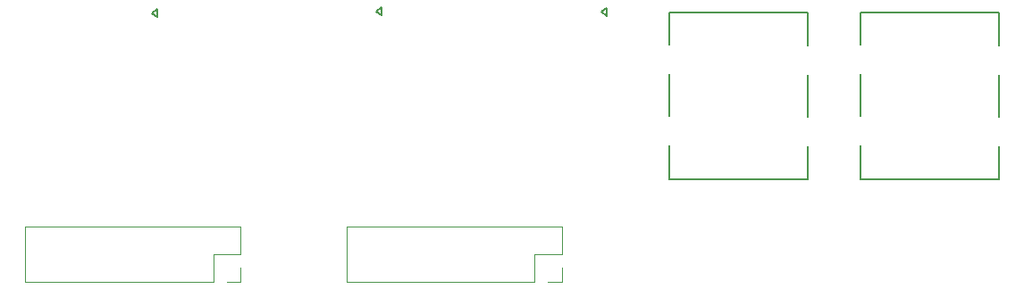
<source format=gbr>
G04 #@! TF.FileFunction,Legend,Bot*
%FSLAX46Y46*%
G04 Gerber Fmt 4.6, Leading zero omitted, Abs format (unit mm)*
G04 Created by KiCad (PCBNEW 4.0.7) date 04/23/18 00:41:46*
%MOMM*%
%LPD*%
G01*
G04 APERTURE LIST*
%ADD10C,0.100000*%
%ADD11C,0.150000*%
%ADD12C,0.120000*%
%ADD13C,3.600000*%
%ADD14C,3.000000*%
%ADD15R,3.000000X3.000000*%
%ADD16R,2.100000X2.100000*%
%ADD17O,2.100000X2.100000*%
%ADD18C,2.800000*%
%ADD19C,1.400000*%
G04 APERTURE END LIST*
D10*
D11*
X179468224Y-54037312D02*
X178960224Y-53656312D01*
X179468224Y-53275312D02*
X179468224Y-54037312D01*
X178960224Y-53656312D02*
X179468224Y-53275312D01*
X136869260Y-54182508D02*
X136361260Y-53801508D01*
X136869260Y-53420508D02*
X136869260Y-54182508D01*
X136361260Y-53801508D02*
X136869260Y-53420508D01*
X158139260Y-54022508D02*
X157631260Y-53641508D01*
X158139260Y-53260508D02*
X158139260Y-54022508D01*
X157631260Y-53641508D02*
X158139260Y-53260508D01*
D12*
X124338376Y-79259708D02*
X124338376Y-74059708D01*
X142178376Y-79259708D02*
X124338376Y-79259708D01*
X144778376Y-74059708D02*
X124338376Y-74059708D01*
X142178376Y-79259708D02*
X142178376Y-76659708D01*
X142178376Y-76659708D02*
X144778376Y-76659708D01*
X144778376Y-76659708D02*
X144778376Y-74059708D01*
X143448376Y-79259708D02*
X144778376Y-79259708D01*
X144778376Y-79259708D02*
X144778376Y-77929708D01*
X154776956Y-79261658D02*
X154776956Y-74061658D01*
X172616956Y-79261658D02*
X154776956Y-79261658D01*
X175216956Y-74061658D02*
X154776956Y-74061658D01*
X172616956Y-79261658D02*
X172616956Y-76661658D01*
X172616956Y-76661658D02*
X175216956Y-76661658D01*
X175216956Y-76661658D02*
X175216956Y-74061658D01*
X173886956Y-79261658D02*
X175216956Y-79261658D01*
X175216956Y-79261658D02*
X175216956Y-77931658D01*
D11*
X203500000Y-53700000D02*
X216640000Y-53700000D01*
X203500000Y-69570000D02*
X203500000Y-53700000D01*
X216640000Y-69570000D02*
X203500000Y-69570000D01*
X216640000Y-53700000D02*
X216640000Y-69570000D01*
X185360000Y-53700000D02*
X198500000Y-53700000D01*
X185360000Y-69570000D02*
X185360000Y-53700000D01*
X198500000Y-69570000D02*
X185360000Y-69570000D01*
X198500000Y-53700000D02*
X198500000Y-69570000D01*
%LPC*%
D13*
X227610000Y-89750000D03*
X227610000Y-49750000D03*
X110850000Y-89750000D03*
D14*
X173219824Y-69329112D03*
D15*
X177436224Y-69329112D03*
D14*
X169003424Y-69329112D03*
D15*
X164787024Y-69329112D03*
X169003424Y-63842712D03*
X173219824Y-63842712D03*
D14*
X164787024Y-63842712D03*
X177436224Y-63842712D03*
X173219824Y-53656312D03*
D15*
X177436224Y-53656312D03*
D14*
X169003424Y-53656312D03*
D15*
X164787024Y-53656312D03*
X169003424Y-59142712D03*
X173219824Y-59142712D03*
D14*
X164787024Y-59142712D03*
X177436224Y-59142712D03*
X130620860Y-69474308D03*
D15*
X134837260Y-69474308D03*
D14*
X126404460Y-69474308D03*
D15*
X122188060Y-69474308D03*
X126404460Y-63987908D03*
X130620860Y-63987908D03*
D14*
X122188060Y-63987908D03*
X134837260Y-63987908D03*
X130620860Y-53801508D03*
D15*
X134837260Y-53801508D03*
D14*
X126404460Y-53801508D03*
D15*
X122188060Y-53801508D03*
X126404460Y-59287908D03*
X130620860Y-59287908D03*
D14*
X122188060Y-59287908D03*
X134837260Y-59287908D03*
X151890860Y-69474308D03*
D15*
X156107260Y-69474308D03*
D14*
X147674460Y-69474308D03*
D15*
X143458060Y-69474308D03*
X147674460Y-63987908D03*
X151890860Y-63987908D03*
D14*
X143458060Y-63987908D03*
X156107260Y-63987908D03*
X151890860Y-53641508D03*
D15*
X156107260Y-53641508D03*
D14*
X147674460Y-53641508D03*
D15*
X143458060Y-53641508D03*
X147674460Y-59127908D03*
X151890860Y-59127908D03*
D14*
X143458060Y-59127908D03*
X156107260Y-59127908D03*
D16*
X143448376Y-77929708D03*
D17*
X143448376Y-75389708D03*
X140908376Y-77929708D03*
X140908376Y-75389708D03*
X138368376Y-77929708D03*
X138368376Y-75389708D03*
X135828376Y-77929708D03*
X135828376Y-75389708D03*
X133288376Y-77929708D03*
X133288376Y-75389708D03*
X130748376Y-77929708D03*
X130748376Y-75389708D03*
X128208376Y-77929708D03*
X128208376Y-75389708D03*
X125668376Y-77929708D03*
X125668376Y-75389708D03*
D16*
X143503375Y-82249708D03*
D17*
X143503375Y-84789708D03*
X140963375Y-82249708D03*
X140963375Y-84789708D03*
X138423375Y-82249708D03*
X138423375Y-84789708D03*
X135883375Y-82249708D03*
X135883375Y-84789708D03*
X133343375Y-82249708D03*
X133343375Y-84789708D03*
X130803375Y-82249708D03*
X130803375Y-84789708D03*
X128263375Y-82249708D03*
X128263375Y-84789708D03*
X125723375Y-82249708D03*
X125723375Y-84789708D03*
D16*
X173886956Y-77931658D03*
D17*
X173886956Y-75391658D03*
X171346956Y-77931658D03*
X171346956Y-75391658D03*
X168806956Y-77931658D03*
X168806956Y-75391658D03*
X166266956Y-77931658D03*
X166266956Y-75391658D03*
X163726956Y-77931658D03*
X163726956Y-75391658D03*
X161186956Y-77931658D03*
X161186956Y-75391658D03*
X158646956Y-77931658D03*
X158646956Y-75391658D03*
X156106956Y-77931658D03*
X156106956Y-75391658D03*
D16*
X173886956Y-82181658D03*
D17*
X173886956Y-84721658D03*
X171346956Y-82181658D03*
X171346956Y-84721658D03*
X168806956Y-82181658D03*
X168806956Y-84721658D03*
X166266956Y-82181658D03*
X166266956Y-84721658D03*
X163726956Y-82181658D03*
X163726956Y-84721658D03*
X161186956Y-82181658D03*
X161186956Y-84721658D03*
X158646956Y-82181658D03*
X158646956Y-84721658D03*
X156106956Y-82181658D03*
X156106956Y-84721658D03*
D13*
X110850000Y-49750000D03*
D18*
X203500000Y-81210000D03*
X203500000Y-74410000D03*
X216640000Y-74360000D03*
X216640000Y-81160000D03*
D19*
X213570000Y-82190000D03*
X206570000Y-82190000D03*
X209070000Y-82190000D03*
X211070000Y-82190000D03*
X214070000Y-80690000D03*
X212070000Y-80690000D03*
X210080000Y-80690000D03*
X208070000Y-80690000D03*
X206070000Y-80690000D03*
X206590000Y-73680000D03*
X209090000Y-73680000D03*
X211090000Y-73680000D03*
X213590000Y-73680000D03*
X214090000Y-72180000D03*
X212090000Y-72180000D03*
X210090000Y-72180000D03*
X208090000Y-72180000D03*
X206090000Y-72180000D03*
D18*
X185360000Y-81210000D03*
X185360000Y-74410000D03*
X198500000Y-74360000D03*
X198500000Y-81160000D03*
D19*
X195430000Y-82190000D03*
X188430000Y-82190000D03*
X190930000Y-82190000D03*
X192930000Y-82190000D03*
X195930000Y-80690000D03*
X193930000Y-80690000D03*
X191940000Y-80690000D03*
X189930000Y-80690000D03*
X187930000Y-80690000D03*
X188450000Y-73680000D03*
X190950000Y-73680000D03*
X192950000Y-73680000D03*
X195450000Y-73680000D03*
X195950000Y-72180000D03*
X193950000Y-72180000D03*
X191950000Y-72180000D03*
X189950000Y-72180000D03*
X187950000Y-72180000D03*
D18*
X203500000Y-58230000D03*
X203500000Y-65030000D03*
X216640000Y-65080000D03*
X216640000Y-58280000D03*
D19*
X213570000Y-57250000D03*
X206570000Y-57250000D03*
X209070000Y-57250000D03*
X211070000Y-57250000D03*
X214070000Y-58750000D03*
X212070000Y-58750000D03*
X210080000Y-58750000D03*
X208070000Y-58750000D03*
X206070000Y-58750000D03*
X206590000Y-65760000D03*
X209090000Y-65760000D03*
X211090000Y-65760000D03*
X213590000Y-65760000D03*
X214090000Y-67260000D03*
X212090000Y-67260000D03*
X210090000Y-67260000D03*
X208090000Y-67260000D03*
X206090000Y-67260000D03*
D18*
X185360000Y-58230000D03*
X185360000Y-65030000D03*
X198500000Y-65080000D03*
X198500000Y-58280000D03*
D19*
X195430000Y-57250000D03*
X188430000Y-57250000D03*
X190930000Y-57250000D03*
X192930000Y-57250000D03*
X195930000Y-58750000D03*
X193930000Y-58750000D03*
X191940000Y-58750000D03*
X189930000Y-58750000D03*
X187930000Y-58750000D03*
X188450000Y-65760000D03*
X190950000Y-65760000D03*
X192950000Y-65760000D03*
X195450000Y-65760000D03*
X195950000Y-67260000D03*
X193950000Y-67260000D03*
X191950000Y-67260000D03*
X189950000Y-67260000D03*
X187950000Y-67260000D03*
M02*

</source>
